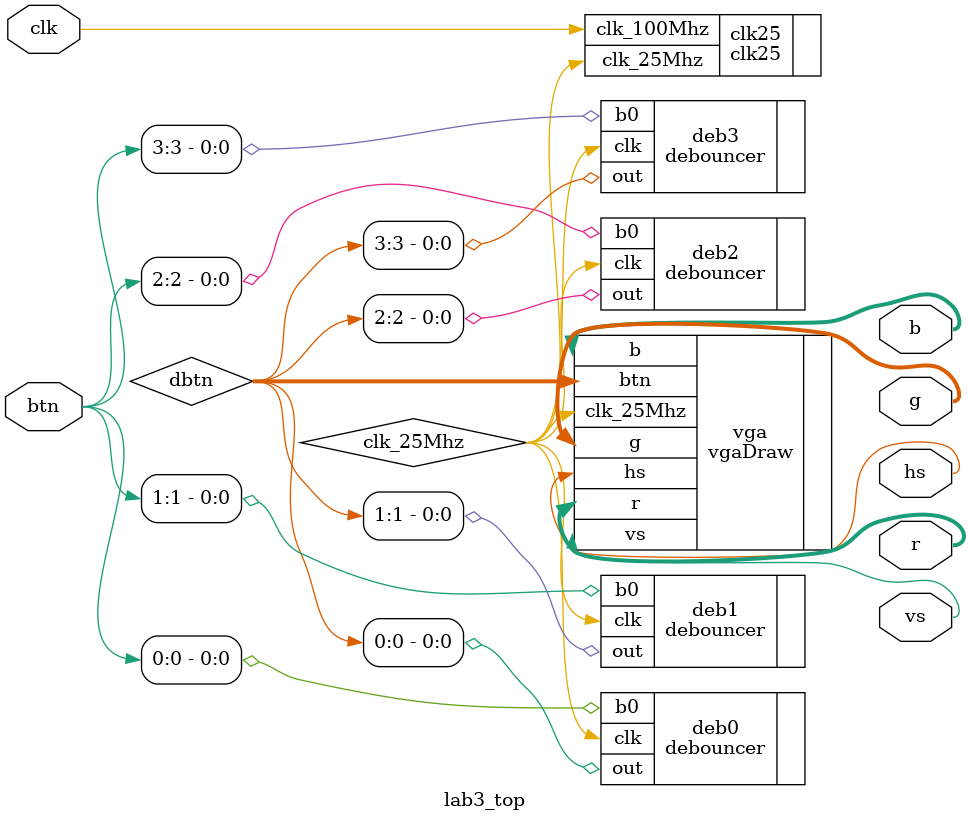
<source format=v>
`timescale 1ns / 1ps
module lab3_top(r,g,b,hs,vs,btn,clk);
	//Declare outputs
	output [2:0] r,g;
	output [1:0] b;
	output hs,vs;
	
	//Declare inputs
	input [3:0] btn;
	input clk;
	//input k_clk, k_data;
	
	//Declare wires
	wire clk_25Mhz;
	wire [3:0] dbtn;
	//wire [7:0] key;
	
	//Instantiate modules
	clk25 clk25(.clk_100Mhz(clk), .clk_25Mhz(clk_25Mhz));
	vgaDraw vga(.r(r), .g(g), .b(b), .hs(hs), .vs(vs), .btn(dbtn), .clk_25Mhz(clk_25Mhz));
	
	//Debouncers
	//Use pushbutton inputs in place of keyboard module
	//Up=0, down=1, left=2, right=3
	debouncer	deb0(.clk(clk_25Mhz), .b0(btn[0]), .out(dbtn[0]));
	debouncer	deb1(.clk(clk_25Mhz), .b0(btn[1]), .out(dbtn[1]));
	debouncer	deb2(.clk(clk_25Mhz), .b0(btn[2]), .out(dbtn[2]));
	debouncer	deb3(.clk(clk_25Mhz), .b0(btn[3]), .out(dbtn[3]));
	
	//Intstatiate keyboard module
	//getScanCode keyboard(.scan_code(key), .k_data(k_data), .k_clk(k_clk));

endmodule

</source>
